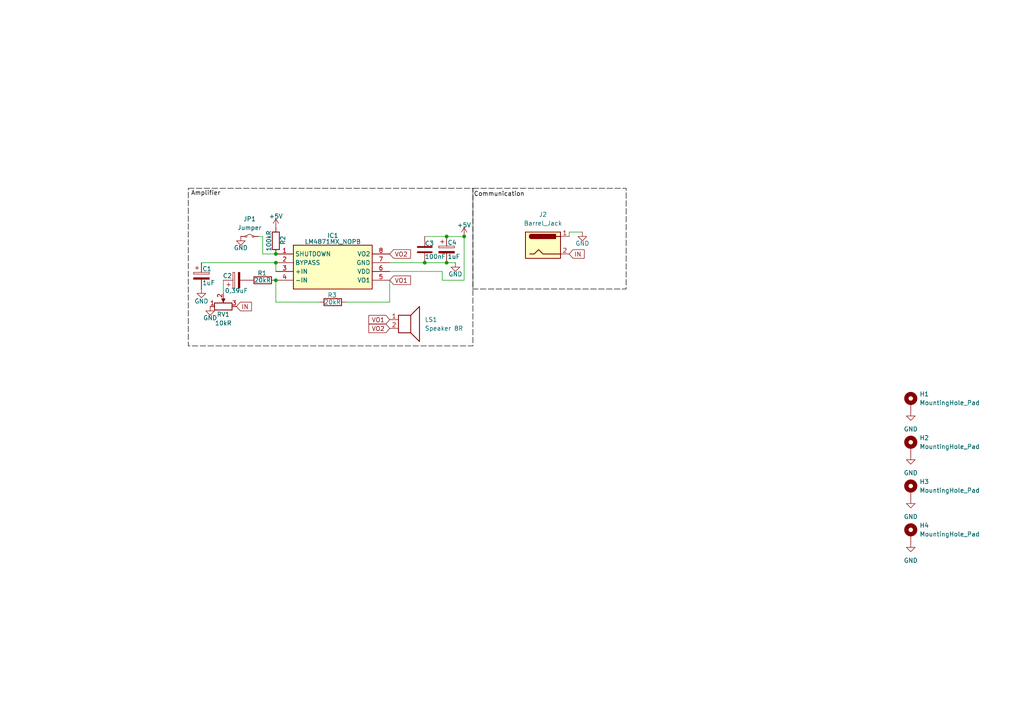
<source format=kicad_sch>
(kicad_sch (version 20250114) (generator "eeschema") (generator_version "9.0")
  (paper "A4")
  (title_block (title "Amplifier_Board") (date "2025-11-16") (rev "1.0") (company "PKl"))
  (lib_symbols
    (symbol "Connector:Barrel_Jack" (pin_names (offset 1.016))
      (property "Reference" "J" (at 0 5.334 0))
      (property "Value" "Barrel_Jack" (at 0 -5.08 0))
      (symbol "Barrel_Jack_0_1"
        (rectangle (start -5.08 3.81) (end 5.08 -3.81) (stroke (width 0.254)) (fill (type background)))
        (polyline (pts (xy -3.81 -2.54) (xy -2.54 -2.54) (xy -1.27 -1.27) (xy 0 -2.54) (xy 2.54 -2.54) (xy 5.08 -2.54)) (stroke (width 0.254)))
        (arc (start -3.302 1.905) (mid -3.9343 2.54) (end -3.302 3.175) (stroke (width 0.254)))
        (arc (start -3.302 1.905) (mid -3.9343 2.54) (end -3.302 3.175) (stroke (width 0.254)) (fill (type outline)))
        (rectangle (start 3.683 3.175) (end -3.302 1.905) (stroke (width 0.254)) (fill (type outline)))
        (polyline (pts (xy 5.08 2.54) (xy 3.81 2.54)) (stroke (width 0.254)))
      )
      (symbol "Barrel_Jack_1_1"
        (pin passive line (at 7.62 2.54 180) (length 2.54) (name "~") (number "1"))
        (pin passive line (at 7.62 -2.54 180) (length 2.54) (name "~") (number "2"))
      )
    )
    (symbol "Device:C" (pin_numbers (hide yes)) (pin_names (offset 0.254))
      (property "Reference" "C" (at 0.635 2.54 0))
      (property "Value" "C" (at 0.635 -2.54 0))
      (symbol "C_0_1"
        (polyline (pts (xy -2.032 0.762) (xy 2.032 0.762)) (stroke (width 0.508)))
        (polyline (pts (xy -2.032 -0.762) (xy 2.032 -0.762)) (stroke (width 0.508)))
      )
      (symbol "C_1_1"
        (pin passive line (at 0 3.81 270) (length 2.794) (name "~") (number "1"))
        (pin passive line (at 0 -3.81 90) (length 2.794) (name "~") (number "2"))
      )
    )
    (symbol "Device:C_Polarized" (pin_numbers (hide yes)) (pin_names (offset 0.254))
      (property "Reference" "C" (at 0.635 2.54 0))
      (property "Value" "C_Polarized" (at 0.635 -2.54 0))
      (symbol "C_Polarized_0_1"
        (rectangle (start -2.286 0.508) (end 2.286 1.016))
        (polyline (pts (xy -1.778 2.286) (xy -0.762 2.286)))
        (polyline (pts (xy -1.27 2.794) (xy -1.27 1.778)))
        (rectangle (start 2.286 -0.508) (end -2.286 -1.016) (fill (type outline)))
      )
      (symbol "C_Polarized_1_1"
        (pin passive line (at 0 3.81 270) (length 2.794) (name "~") (number "1"))
        (pin passive line (at 0 -3.81 90) (length 2.794) (name "~") (number "2"))
      )
    )
    (symbol "Device:R" (pin_numbers (hide yes)) (pin_names (offset 0))
      (property "Reference" "R" (at 2.032 0 90))
      (property "Value" "R" (at 0 0 90))
      (symbol "R_0_1"
        (rectangle (start -1.016 -2.54) (end 1.016 2.54) (stroke (width 0.254)))
      )
      (symbol "R_1_1"
        (pin passive line (at 0 3.81 270) (length 1.27) (name "~") (number "1"))
        (pin passive line (at 0 -3.81 90) (length 1.27) (name "~") (number "2"))
      )
    )
    (symbol "Device:R_Potentiometer" (pin_names (offset 1.016) (hide yes))
      (property "Reference" "RV" (at -4.445 0 90))
      (property "Value" "R_Potentiometer" (at -2.54 0 90))
      (symbol "R_Potentiometer_0_1"
        (rectangle (start 1.016 2.54) (end -1.016 -2.54) (stroke (width 0.254)))
        (polyline (pts (xy 1.143 0) (xy 2.286 0.508) (xy 2.286 -0.508) (xy 1.143 0)) (fill (type outline)))
        (polyline (pts (xy 2.54 0) (xy 1.524 0)))
      )
      (symbol "R_Potentiometer_1_1"
        (pin passive line (at 0 3.81 270) (length 1.27) (name "1") (number "1"))
        (pin passive line (at 0 -3.81 90) (length 1.27) (name "3") (number "3"))
        (pin passive line (at 3.81 0 180) (length 1.27) (name "2") (number "2"))
      )
    )
    (symbol "Device:Speaker" (pin_names (offset 0) (hide yes))
      (property "Reference" "LS" (at 1.27 5.715 0))
      (property "Value" "Speaker" (at 1.27 3.81 0))
      (symbol "Speaker_0_0"
        (rectangle (start -2.54 1.27) (end 1.016 -3.81) (stroke (width 0.254)))
        (polyline (pts (xy 1.016 1.27) (xy 3.556 3.81) (xy 3.556 -6.35) (xy 1.016 -3.81)) (stroke (width 0.254)))
      )
      (symbol "Speaker_1_1"
        (pin input line (at -5.08 0 0) (length 2.54) (name "1") (number "1"))
        (pin input line (at -5.08 -2.54 0) (length 2.54) (name "2") (number "2"))
      )
    )
    (symbol "Jumper:Jumper_2_Small_Bridged" (pin_numbers (hide yes)) (pin_names (offset 0) (hide yes))
      (property "Reference" "JP" (at 0 2.032 0))
      (property "Value" "Jumper_2_Small_Bridged" (at 0 -2.286 0))
      (symbol "Jumper_2_Small_Bridged_0_0"
        (circle (center -1.016 0) (radius 0.254))
        (circle (center 1.016 0) (radius 0.254))
      )
      (symbol "Jumper_2_Small_Bridged_0_1"
        (arc (start -0.762 0.254) (mid 0 0.5696) (end 0.762 0.254))
      )
      (symbol "Jumper_2_Small_Bridged_1_1"
        (pin passive line (at -2.54 0 0) (length 1.27) (name "A") (number "1"))
        (pin passive line (at 2.54 0 180) (length 1.27) (name "B") (number "2"))
      )
    )
    (symbol "Mechanical:MountingHole_Pad" (pin_numbers (hide yes)) (pin_names (offset 1.016) (hide yes)) (in_bom no)
      (property "Reference" "H" (at 0 6.35 0))
      (property "Value" "MountingHole_Pad" (at 0 4.445 0))
      (symbol "MountingHole_Pad_0_1"
        (circle (center 0 1.27) (radius 1.27) (stroke (width 1.27)))
      )
      (symbol "MountingHole_Pad_1_1"
        (pin input line (at 0 -2.54 90) (length 2.54) (name "1") (number "1"))
      )
    )
    (symbol "Schematy:LM4871MX_NOPB"
      (property "Reference" "IC" (at 29.21 7.62 0))
      (property "Value" "LM4871MX_NOPB" (at 29.21 5.08 0))
      (symbol "LM4871MX_NOPB_1_1"
        (rectangle (start 5.08 2.54) (end 27.94 -10.16) (stroke (width 0.254)) (fill (type background)))
        (pin passive line (at 0 0 0) (length 5.08) (name "SHUTDOWN") (number "1"))
        (pin passive line (at 0 -2.54 0) (length 5.08) (name "BYPASS") (number "2"))
        (pin passive line (at 0 -5.08 0) (length 5.08) (name "+IN") (number "3"))
        (pin passive line (at 0 -7.62 0) (length 5.08) (name "-IN") (number "4"))
        (pin passive line (at 33.02 0 180) (length 5.08) (name "VO2") (number "8"))
        (pin passive line (at 33.02 -2.54 180) (length 5.08) (name "GND") (number "7"))
        (pin passive line (at 33.02 -5.08 180) (length 5.08) (name "VDD") (number "6"))
        (pin passive line (at 33.02 -7.62 180) (length 5.08) (name "VO1") (number "5"))
      )
    )
    (symbol "power:+5V" (power) (pin_numbers (hide yes)) (pin_names (offset 0) (hide yes))
      (property "Value" "+5V" (at 0 3.556 0))
      (symbol "+5V_0_1"
        (polyline (pts (xy -0.762 1.27) (xy 0 2.54)))
        (polyline (pts (xy 0 2.54) (xy 0.762 1.27)))
        (polyline (pts (xy 0 0) (xy 0 2.54)))
      )
      (symbol "+5V_1_1"
        (pin power_in line (at 0 0 90) (length 0) (name "~") (number "1"))
      )
    )
    (symbol "power:GND" (power) (pin_numbers (hide yes)) (pin_names (offset 0) (hide yes))
      (property "Value" "GND" (at 0 -3.81 0))
      (symbol "GND_0_1"
        (polyline (pts (xy 0 0) (xy 0 -1.27) (xy 1.27 -1.27) (xy 0 -2.54) (xy -1.27 -1.27) (xy 0 -1.27)))
      )
      (symbol "GND_1_1"
        (pin power_in line (at 0 0 270) (length 0) (name "~") (number "1"))
      )
    )
  )
  (rectangle (start 137.16 54.61) (end 181.61 83.82) (stroke (width 0) (type dash) (color 0 0 0 1)))
  (rectangle (start 54.61 54.61) (end 137.16 100.33) (stroke (width 0) (type dash) (color 0 0 0 1)))
  (text "Communication" (at 144.78 56.388 0) (effects (font (size 1.27 1.27))))
  (text "Amplifier" (at 59.69 56.134 0) (effects (font (size 1.27 1.27))))
  (junction (at 80.01 76.2))
  (junction (at 80.01 73.66))
  (junction (at 134.62 68.58))
  (junction (at 129.54 68.58))
  (junction (at 80.01 81.28))
  (junction (at 123.19 76.2))
  (junction (at 129.54 76.2))
  (wire (pts (xy 129.54 76.2) (xy 132.08 76.2)))
  (wire (pts (xy 128.27 78.74) (xy 128.27 81.28)))
  (wire (pts (xy 165.1 67.31) (xy 168.91 67.31)))
  (wire (pts (xy 113.03 78.74) (xy 128.27 78.74)))
  (wire (pts (xy 64.77 85.09) (xy 64.77 81.28)))
  (wire (pts (xy 76.2 73.66) (xy 80.01 73.66)))
  (wire (pts (xy 74.93 68.58) (xy 76.2 68.58)))
  (wire (pts (xy 58.42 76.2) (xy 80.01 76.2)))
  (wire (pts (xy 129.54 68.58) (xy 134.62 68.58)))
  (wire (pts (xy 134.62 81.28) (xy 134.62 68.58)))
  (wire (pts (xy 128.27 81.28) (xy 134.62 81.28)))
  (wire (pts (xy 113.03 87.63) (xy 100.33 87.63)))
  (wire (pts (xy 80.01 87.63) (xy 80.01 81.28)))
  (wire (pts (xy 92.71 87.63) (xy 80.01 87.63)))
  (wire (pts (xy 113.03 81.28) (xy 113.03 87.63)))
  (wire (pts (xy 123.19 68.58) (xy 129.54 68.58)))
  (wire (pts (xy 113.03 76.2) (xy 123.19 76.2)))
  (wire (pts (xy 123.19 76.2) (xy 129.54 76.2)))
  (wire (pts (xy 80.01 76.2) (xy 80.01 78.74)))
  (wire (pts (xy 165.1 68.58) (xy 165.1 67.31)))
  (wire (pts (xy 76.2 68.58) (xy 76.2 73.66)))
  (global_label "IN" (shape input) (at 165.1 73.66 0) (property "Intersheetrefs" "${INTERSHEET_REFS}" (effects (hide yes))))
  (global_label "VO1" (shape input) (at 113.03 92.71 180) (property "Intersheetrefs" "${INTERSHEET_REFS}" (effects (hide yes))))
  (global_label "IN" (shape input) (at 68.58 88.9 0) (property "Intersheetrefs" "${INTERSHEET_REFS}" (effects (hide yes))))
  (global_label "VO1" (shape input) (at 113.03 81.28 0) (property "Intersheetrefs" "${INTERSHEET_REFS}" (effects (hide yes))))
  (global_label "VO2" (shape input) (at 113.03 95.25 180) (property "Intersheetrefs" "${INTERSHEET_REFS}" (effects (hide yes))))
  (global_label "VO2" (shape input) (at 113.03 73.66 0) (property "Intersheetrefs" "${INTERSHEET_REFS}" (effects (hide yes))))
  (symbol (lib_id "power:GND") (at 264.16 144.78 0) (unit 1)
    (property "Reference" "#PWR010" (effects (hide yes)))
    (property "Value" "GND" (at 264.16 149.86 0))
    (property "Description" "Power symbol creates a global label with name \"GND\" , ground" (effects (hide yes)))
  )
  (symbol (lib_id "Device:R") (at 96.52 87.63 90) (unit 1)
    (property "Reference" "R3" (at 94.996 85.598 90) (effects (justify right)))
    (property "Value" "20kR" (at 93.98 87.63 90) (effects (justify right)))
    (property "Description" "Resistor" (effects (hide yes)))
  )
  (symbol (lib_id "Device:C_Polarized") (at 129.54 72.39 0) (unit 1)
    (property "Reference" "C4" (at 129.794 70.358 0) (effects (justify left)))
    (property "Value" "1uF" (at 129.794 74.422 0) (effects (justify left)))
    (property "Description" "Polarized capacitor" (effects (hide yes)))
  )
  (symbol (lib_id "Mechanical:MountingHole_Pad") (at 264.16 116.84 0) (unit 1) (in_bom no)
    (property "Reference" "H1" (at 266.7 114.2999 0) (effects (justify left)))
    (property "Value" "MountingHole_Pad" (at 266.7 116.8399 0) (effects (justify left)))
    (property "Footprint" "MountingHole:MountingHole_3.2mm_M3_DIN965_Pad" (effects (hide yes)))
    (property "Description" "Mounting Hole with connection" (effects (hide yes)))
  )
  (symbol (lib_id "Mechanical:MountingHole_Pad") (at 264.16 129.54 0) (unit 1) (in_bom no)
    (property "Reference" "H2" (at 266.7 126.9999 0) (effects (justify left)))
    (property "Value" "MountingHole_Pad" (at 266.7 129.5399 0) (effects (justify left)))
    (property "Footprint" "MountingHole:MountingHole_3.2mm_M3_DIN965_Pad" (effects (hide yes)))
    (property "Description" "Mounting Hole with connection" (effects (hide yes)))
  )
  (symbol (lib_id "power:GND") (at 264.16 157.48 0) (unit 1)
    (property "Reference" "#PWR011" (effects (hide yes)))
    (property "Value" "GND" (at 264.16 162.56 0))
    (property "Description" "Power symbol creates a global label with name \"GND\" , ground" (effects (hide yes)))
  )
  (symbol (lib_id "Device:C_Polarized") (at 68.58 81.28 90) (unit 1)
    (property "Reference" "C2" (at 67.31 80.01 90) (effects (justify left)))
    (property "Value" "0,39uF" (at 71.882 84.328 90) (effects (justify left)))
    (property "Description" "Polarized capacitor" (effects (hide yes)))
  )
  (symbol (lib_id "power:GND") (at 264.16 119.38 0) (unit 1)
    (property "Reference" "#PWR08" (effects (hide yes)))
    (property "Value" "GND" (at 264.16 124.46 0))
    (property "Description" "Power symbol creates a global label with name \"GND\" , ground" (effects (hide yes)))
  )
  (symbol (lib_id "Device:R_Potentiometer") (at 64.77 88.9 90) (unit 1)
    (property "Reference" "RV1" (at 64.77 91.186 90))
    (property "Value" "10kR" (at 64.77 93.726 90))
    (property "Description" "Potentiometer" (effects (hide yes)))
  )
  (symbol (lib_id "power:GND") (at 69.85 68.58 0) (unit 1)
    (property "Reference" "#PWR05" (effects (hide yes)))
    (property "Value" "GND" (at 69.85 71.882 0))
    (property "Description" "Power symbol creates a global label with name \"GND\" , ground" (effects (hide yes)))
  )
  (symbol (lib_id "Schematy:LM4871MX_NOPB") (at 80.01 73.66 0) (unit 1)
    (property "Reference" "IC1" (at 96.52 68.326 0))
    (property "Value" "LM4871MX_NOPB" (at 96.52 70.104 0))
    (property "Footprint" "SOIC127P600X175-8N" (effects (hide yes)))
    (property "Datasheet" "http://www.ti.com/lit/gpn/LM4871" (effects (hide yes)))
    (property "Description" "Boomer Series: 3W Audio Amplifier with Shutdown Mode" (effects (hide yes)))
    (property "Height" "1.75" (effects (hide yes)))
    (property "Manufacturer_Name" "Texas Instruments" (effects (hide yes)))
    (property "Manufacturer_Part_Number" "LM4871MX/NOPB" (effects (hide yes)))
    (property "Mouser Part Number" "926-LM4871MX/NOPB" (effects (hide yes)))
    (property "Mouser Price/Stock" "https://www.mouser.co.uk/ProductDetail/Texas-Instruments/LM4871MX-NOPB?qs=QbsRYf82W3EZ79z1jrjgtA%3D%3D" (effects (hide yes)))
    (property "Arrow Part Number" "LM4871MX/NOPB" (effects (hide yes)))
    (property "Arrow Price/Stock" "https://www.arrow.com/en/products/lm4871mxnopb/texas-instruments?utm_currency=USD&region=nac" (effects (hide yes)))
  )
  (symbol (lib_id "Device:Speaker") (at 118.11 92.71 0) (unit 1)
    (property "Reference" "LS1" (at 123.19 92.7099 0) (effects (justify left)))
    (property "Value" "Speaker 8R" (at 123.19 95.2499 0) (effects (justify left)))
    (property "Description" "Speaker" (effects (hide yes)))
  )
  (symbol (lib_id "Connector:Barrel_Jack") (at 157.48 71.12 0) (unit 1)
    (property "Reference" "J2" (at 157.48 62.23 0))
    (property "Value" "Barrel_Jack" (at 157.48 64.77 0))
    (property "Description" "DC Barrel Jack" (effects (hide yes)))
  )
  (symbol (lib_id "Mechanical:MountingHole_Pad") (at 264.16 142.24 0) (unit 1) (in_bom no)
    (property "Reference" "H3" (at 266.7 139.6999 0) (effects (justify left)))
    (property "Value" "MountingHole_Pad" (at 266.7 142.2399 0) (effects (justify left)))
    (property "Footprint" "MountingHole:MountingHole_3.2mm_M3_DIN965_Pad" (effects (hide yes)))
    (property "Description" "Mounting Hole with connection" (effects (hide yes)))
  )
  (symbol (lib_id "power:GND") (at 58.42 83.82 0) (unit 1)
    (property "Reference" "#PWR03" (effects (hide yes)))
    (property "Value" "GND" (at 58.42 87.376 0))
    (property "Description" "Power symbol creates a global label with name \"GND\" , ground" (effects (hide yes)))
  )
  (symbol (lib_id "Device:R") (at 80.01 69.85 0) (unit 1)
    (property "Reference" "R2" (at 82.042 68.326 90) (effects (justify right)))
    (property "Value" "100kR" (at 77.978 66.802 90) (effects (justify right)))
    (property "Description" "Resistor" (effects (hide yes)))
  )
  (symbol (lib_id "power:GND") (at 264.16 132.08 0) (unit 1)
    (property "Reference" "#PWR09" (effects (hide yes)))
    (property "Value" "GND" (at 264.16 137.16 0))
    (property "Description" "Power symbol creates a global label with name \"GND\" , ground" (effects (hide yes)))
  )
  (symbol (lib_id "power:+5V") (at 80.01 66.04 0) (unit 1)
    (property "Reference" "#PWR06" (effects (hide yes)))
    (property "Value" "+5V" (at 80.01 62.738 0))
    (property "Description" "Power symbol creates a global label with name \"+5V\"" (effects (hide yes)))
  )
  (symbol (lib_id "Device:C_Polarized") (at 58.42 80.01 0) (unit 1)
    (property "Reference" "C1" (at 58.674 77.978 0) (effects (justify left)))
    (property "Value" "1uF" (at 58.674 82.042 0) (effects (justify left)))
    (property "Description" "Polarized capacitor" (effects (hide yes)))
  )
  (symbol (lib_id "Mechanical:MountingHole_Pad") (at 264.16 154.94 0) (unit 1) (in_bom no)
    (property "Reference" "H4" (at 266.7 152.3999 0) (effects (justify left)))
    (property "Value" "MountingHole_Pad" (at 266.7 154.9399 0) (effects (justify left)))
    (property "Footprint" "MountingHole:MountingHole_3.2mm_M3_DIN965_Pad" (effects (hide yes)))
    (property "Description" "Mounting Hole with connection" (effects (hide yes)))
  )
  (symbol (lib_id "power:GND") (at 132.08 76.2 0) (unit 1)
    (property "Reference" "#PWR07" (effects (hide yes)))
    (property "Value" "GND" (at 132.08 79.502 0))
    (property "Description" "Power symbol creates a global label with name \"GND\" , ground" (effects (hide yes)))
  )
  (symbol (lib_id "power:GND") (at 168.91 67.31 0) (unit 1)
    (property "Reference" "#PWR01" (effects (hide yes)))
    (property "Value" "GND" (at 168.91 70.612 0))
    (property "Description" "Power symbol creates a global label with name \"GND\" , ground" (effects (hide yes)))
  )
  (symbol (lib_id "power:GND") (at 60.96 88.9 0) (unit 1)
    (property "Reference" "#PWR04" (effects (hide yes)))
    (property "Value" "GND" (at 60.96 92.202 0))
    (property "Description" "Power symbol creates a global label with name \"GND\" , ground" (effects (hide yes)))
  )
  (symbol (lib_id "Device:C") (at 123.19 72.39 0) (unit 1)
    (property "Reference" "C3" (at 123.19 70.612 0) (effects (justify left)))
    (property "Value" "100nF" (at 123.19 74.422 0) (effects (justify left)))
    (property "Description" "Unpolarized capacitor" (effects (hide yes)))
  )
  (symbol (lib_id "power:+5V") (at 134.62 68.58 0) (unit 1)
    (property "Reference" "#PWR012" (effects (hide yes)))
    (property "Value" "+5V" (at 134.62 65.278 0))
    (property "Description" "Power symbol creates a global label with name \"+5V\"" (effects (hide yes)))
  )
  (symbol (lib_id "Jumper:Jumper_2_Small_Bridged") (at 72.39 68.58 0) (unit 1)
    (property "Reference" "JP1" (at 72.39 63.5 0))
    (property "Value" "Jumper" (at 72.39 66.04 0))
    (property "Description" "Jumper, 2-pole, small symbol, bridged" (effects (hide yes)))
  )
  (symbol (lib_id "Device:R") (at 76.2 81.28 90) (unit 1)
    (property "Reference" "R1" (at 74.676 79.248 90) (effects (justify right)))
    (property "Value" "20kR" (at 73.66 81.28 90) (effects (justify right)))
    (property "Description" "Resistor" (effects (hide yes)))
  )
)
</source>
